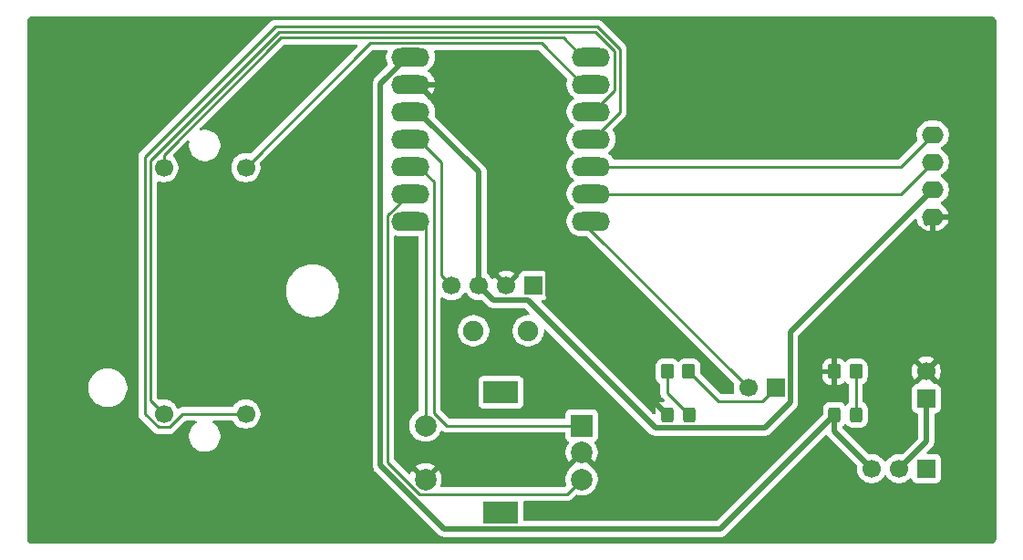
<source format=gbr>
%TF.GenerationSoftware,KiCad,Pcbnew,9.0.6*%
%TF.CreationDate,2026-02-02T20:02:42-08:00*%
%TF.ProjectId,Display Device,44697370-6c61-4792-9044-65766963652e,rev?*%
%TF.SameCoordinates,Original*%
%TF.FileFunction,Copper,L1,Top*%
%TF.FilePolarity,Positive*%
%FSLAX46Y46*%
G04 Gerber Fmt 4.6, Leading zero omitted, Abs format (unit mm)*
G04 Created by KiCad (PCBNEW 9.0.6) date 2026-02-02 20:02:42*
%MOMM*%
%LPD*%
G01*
G04 APERTURE LIST*
G04 Aperture macros list*
%AMRoundRect*
0 Rectangle with rounded corners*
0 $1 Rounding radius*
0 $2 $3 $4 $5 $6 $7 $8 $9 X,Y pos of 4 corners*
0 Add a 4 corners polygon primitive as box body*
4,1,4,$2,$3,$4,$5,$6,$7,$8,$9,$2,$3,0*
0 Add four circle primitives for the rounded corners*
1,1,$1+$1,$2,$3*
1,1,$1+$1,$4,$5*
1,1,$1+$1,$6,$7*
1,1,$1+$1,$8,$9*
0 Add four rect primitives between the rounded corners*
20,1,$1+$1,$2,$3,$4,$5,0*
20,1,$1+$1,$4,$5,$6,$7,0*
20,1,$1+$1,$6,$7,$8,$9,0*
20,1,$1+$1,$8,$9,$2,$3,0*%
G04 Aperture macros list end*
%TA.AperFunction,SMDPad,CuDef*%
%ADD10RoundRect,0.250000X-0.350000X-0.450000X0.350000X-0.450000X0.350000X0.450000X-0.350000X0.450000X0*%
%TD*%
%TA.AperFunction,SMDPad,CuDef*%
%ADD11RoundRect,0.250000X0.350000X0.450000X-0.350000X0.450000X-0.350000X-0.450000X0.350000X-0.450000X0*%
%TD*%
%TA.AperFunction,SMDPad,CuDef*%
%ADD12RoundRect,0.250000X0.325000X0.450000X-0.325000X0.450000X-0.325000X-0.450000X0.325000X-0.450000X0*%
%TD*%
%TA.AperFunction,SMDPad,CuDef*%
%ADD13RoundRect,0.250000X-0.325000X-0.450000X0.325000X-0.450000X0.325000X0.450000X-0.325000X0.450000X0*%
%TD*%
%TA.AperFunction,ComponentPad*%
%ADD14O,2.000000X1.600000*%
%TD*%
%TA.AperFunction,ComponentPad*%
%ADD15R,1.700000X1.700000*%
%TD*%
%TA.AperFunction,ComponentPad*%
%ADD16C,1.700000*%
%TD*%
%TA.AperFunction,ComponentPad*%
%ADD17R,2.000000X2.000000*%
%TD*%
%TA.AperFunction,ComponentPad*%
%ADD18C,2.000000*%
%TD*%
%TA.AperFunction,ComponentPad*%
%ADD19R,3.200000X2.000000*%
%TD*%
%TA.AperFunction,ComponentPad*%
%ADD20O,3.556000X1.778000*%
%TD*%
%TA.AperFunction,ComponentPad*%
%ADD21C,1.905000*%
%TD*%
%TA.AperFunction,Conductor*%
%ADD22C,0.254000*%
%TD*%
%TA.AperFunction,Conductor*%
%ADD23C,0.500000*%
%TD*%
G04 APERTURE END LIST*
D10*
%TO.P,R2,1*%
%TO.N,Net-(D3-A)*%
X195950000Y-80000000D03*
%TO.P,R2,2*%
%TO.N,Net-(SW3-A)*%
X197950000Y-80000000D03*
%TD*%
D11*
%TO.P,R1,1*%
%TO.N,Net-(D2-K)*%
X213455000Y-80000000D03*
%TO.P,R1,2*%
%TO.N,GND*%
X211455000Y-80000000D03*
%TD*%
D12*
%TO.P,D2,1,K*%
%TO.N,Net-(D2-K)*%
X213525000Y-84000000D03*
%TO.P,D2,2,A*%
%TO.N,/VCC*%
X211475000Y-84000000D03*
%TD*%
D13*
%TO.P,D3,1,K*%
%TO.N,GND*%
X195925000Y-84000000D03*
%TO.P,D3,2,A*%
%TO.N,Net-(D3-A)*%
X197975000Y-84000000D03*
%TD*%
D14*
%TO.P,Brd1,1,GND*%
%TO.N,GND*%
X220600000Y-65620000D03*
%TO.P,Brd1,2,VCC*%
%TO.N,+3.3V*%
X220600000Y-63080000D03*
%TO.P,Brd1,3,SCL*%
%TO.N,Net-(Brd1-SCL)*%
X220600000Y-60540000D03*
%TO.P,Brd1,4,SDA*%
%TO.N,Net-(Brd1-SDA)*%
X220600000Y-58000000D03*
%TD*%
D15*
%TO.P,BT1,1,+*%
%TO.N,/BAT*%
X220000000Y-82500000D03*
D16*
%TO.P,BT1,2,-*%
%TO.N,GND*%
X220000000Y-79960000D03*
%TD*%
D17*
%TO.P,SW2,A,A*%
%TO.N,Net-(U2-GPIO8_A9_D9_CIPO)*%
X188000000Y-85000000D03*
D18*
%TO.P,SW2,B,B*%
%TO.N,Net-(U2-GPIO7_A8_D8_SCK)*%
X188000000Y-90000000D03*
%TO.P,SW2,C,C*%
%TO.N,GND*%
X188000000Y-87500000D03*
D19*
%TO.P,SW2,MP*%
%TO.N,N/C*%
X180500000Y-93100000D03*
X180500000Y-81900000D03*
D18*
%TO.P,SW2,S1,S1*%
%TO.N,GND*%
X173500000Y-90000000D03*
%TO.P,SW2,S2,S2*%
%TO.N,Net-(U2-GPIO44_D7_RX)*%
X173500000Y-85000000D03*
%TD*%
D15*
%TO.P,SW1,1,A*%
%TO.N,unconnected-(SW1-A-Pad1)*%
X220000000Y-89000000D03*
D16*
%TO.P,SW1,2,B*%
%TO.N,/BAT*%
X217460000Y-89000000D03*
%TO.P,SW1,3,C*%
%TO.N,/VCC*%
X214920000Y-89000000D03*
%TD*%
D15*
%TO.P,D1,1,DOUT*%
%TO.N,unconnected-(D1-DOUT-Pad1)*%
X183540000Y-72000000D03*
D16*
%TO.P,D1,2,GND*%
%TO.N,GND*%
X181000000Y-72000000D03*
%TO.P,D1,3,VDD*%
%TO.N,+3.3V*%
X178460000Y-72000000D03*
%TO.P,D1,4,DIN*%
%TO.N,Net-(D1-DIN)*%
X175920000Y-72000000D03*
%TD*%
%TO.P,M1,1*%
%TO.N,Net-(U2-GPIO2_A1_D1)*%
X156810000Y-61070000D03*
%TO.P,M1,2,-*%
%TO.N,Net-(M1--)*%
X149190000Y-61070000D03*
%TO.P,M1,3*%
%TO.N,Net-(U2-GPIO3_A2_D2)*%
X149190000Y-83930000D03*
%TO.P,M1,4*%
%TO.N,Net-(U2-GPIO4_A3_D3)*%
X156810000Y-83930000D03*
%TD*%
D15*
%TO.P,SW3,1,A*%
%TO.N,Net-(SW3-A)*%
X206000000Y-81500000D03*
D16*
%TO.P,SW3,2,B*%
%TO.N,Net-(SW3-B)*%
X203460000Y-81500000D03*
%TD*%
D20*
%TO.P,U2,1,GPIO1_A0_D0*%
%TO.N,Net-(M1--)*%
X188882000Y-50800000D03*
%TO.P,U2,2,GPIO2_A1_D1*%
%TO.N,Net-(U2-GPIO2_A1_D1)*%
X188882000Y-53340000D03*
%TO.P,U2,3,GPIO3_A2_D2*%
%TO.N,Net-(U2-GPIO3_A2_D2)*%
X188882000Y-55880000D03*
%TO.P,U2,4,GPIO4_A3_D3*%
%TO.N,Net-(U2-GPIO4_A3_D3)*%
X188882000Y-58420000D03*
%TO.P,U2,5,GPIO4_A3_D3_SDA*%
%TO.N,Net-(Brd1-SDA)*%
X188882000Y-60960000D03*
%TO.P,U2,6,GPIO6_A5_D5_SCL*%
%TO.N,Net-(Brd1-SCL)*%
X188882000Y-63500000D03*
%TO.P,U2,7,GPIO43_TX_D6*%
%TO.N,Net-(SW3-B)*%
X188882000Y-66040000D03*
%TO.P,U2,8,GPIO44_D7_RX*%
%TO.N,Net-(U2-GPIO44_D7_RX)*%
X172118000Y-66040000D03*
%TO.P,U2,9,GPIO7_A8_D8_SCK*%
%TO.N,Net-(U2-GPIO7_A8_D8_SCK)*%
X172118000Y-63500000D03*
%TO.P,U2,10,GPIO8_A9_D9_CIPO*%
%TO.N,Net-(U2-GPIO8_A9_D9_CIPO)*%
X172118000Y-60960000D03*
%TO.P,U2,11,GPIO9_A10_D10_COPI*%
%TO.N,Net-(D1-DIN)*%
X172118000Y-58420000D03*
%TO.P,U2,12,3V3*%
%TO.N,+3.3V*%
X172118000Y-55880000D03*
%TO.P,U2,13,GND*%
%TO.N,GND*%
X172118000Y-53340000D03*
%TO.P,U2,14,5V*%
%TO.N,/VCC*%
X172118000Y-50800000D03*
D21*
%TO.P,U2,15,+BATT*%
%TO.N,unconnected-(U2-+BATT-Pad15)*%
X183040000Y-76200000D03*
%TO.P,U2,16,-BATT*%
%TO.N,unconnected-(U2--BATT-Pad16)*%
X177960000Y-76200000D03*
%TD*%
D22*
%TO.N,Net-(Brd1-SDA)*%
X217640000Y-60960000D02*
X220600000Y-58000000D01*
X188120000Y-60960000D02*
X217640000Y-60960000D01*
D23*
%TO.N,GND*%
X184895000Y-72970000D02*
X184895000Y-65355000D01*
X220000000Y-66220000D02*
X220600000Y-65620000D01*
X195925000Y-84000000D02*
X184895000Y-72970000D01*
X184895000Y-65355000D02*
X172880000Y-53340000D01*
%TO.N,+3.3V*%
X194850000Y-85205000D02*
X183000000Y-73355000D01*
X205005000Y-85205000D02*
X194850000Y-85205000D01*
X220600000Y-63080000D02*
X207355000Y-76325000D01*
X207355000Y-82855000D02*
X205005000Y-85205000D01*
X178460000Y-61460000D02*
X178460000Y-72000000D01*
X183000000Y-73355000D02*
X179815000Y-73355000D01*
X179815000Y-73355000D02*
X178460000Y-72000000D01*
X172880000Y-55880000D02*
X178460000Y-61460000D01*
X207355000Y-76325000D02*
X207355000Y-82855000D01*
D22*
%TO.N,Net-(Brd1-SCL)*%
X217640000Y-63500000D02*
X220600000Y-60540000D01*
X188120000Y-63500000D02*
X217640000Y-63500000D01*
%TO.N,Net-(D3-A)*%
X195950000Y-80000000D02*
X195950000Y-81975000D01*
X195950000Y-81975000D02*
X197975000Y-84000000D01*
%TO.N,Net-(M1--)*%
X186311000Y-48991000D02*
X188120000Y-50800000D01*
X160066919Y-48991000D02*
X186311000Y-48991000D01*
X149190000Y-61070000D02*
X149190000Y-59867919D01*
X149190000Y-59867919D02*
X160066919Y-48991000D01*
%TO.N,Net-(SW3-B)*%
X188120000Y-66160000D02*
X203460000Y-81500000D01*
X188120000Y-66040000D02*
X188120000Y-66160000D01*
%TO.N,Net-(SW3-A)*%
X200682000Y-82732000D02*
X204768000Y-82732000D01*
X197950000Y-80000000D02*
X200682000Y-82732000D01*
X204768000Y-82732000D02*
X206000000Y-81500000D01*
%TO.N,Net-(D1-DIN)*%
X175000000Y-60540000D02*
X175000000Y-71080000D01*
X172880000Y-58420000D02*
X175000000Y-60540000D01*
X175000000Y-71080000D02*
X175920000Y-72000000D01*
%TO.N,Net-(D2-K)*%
X213455000Y-83930000D02*
X213525000Y-84000000D01*
X213455000Y-80000000D02*
X213455000Y-83930000D01*
%TO.N,Net-(U2-GPIO2_A1_D1)*%
X184280000Y-49500000D02*
X188120000Y-53340000D01*
X168380000Y-49500000D02*
X184280000Y-49500000D01*
X156810000Y-61070000D02*
X168380000Y-49500000D01*
%TO.N,Net-(U2-GPIO3_A2_D2)*%
X189028465Y-55880000D02*
X188120000Y-55880000D01*
X149190000Y-83930000D02*
X147958000Y-82698000D01*
X147958000Y-82698000D02*
X147958000Y-60380084D01*
X191042000Y-53866465D02*
X189028465Y-55880000D01*
X159856085Y-48482000D02*
X189250465Y-48482000D01*
X147958000Y-60380084D02*
X159856085Y-48482000D01*
X191042000Y-50273535D02*
X191042000Y-53866465D01*
X189250465Y-48482000D02*
X191042000Y-50273535D01*
%TO.N,Net-(U2-GPIO4_A3_D3)*%
X147449000Y-60051000D02*
X159527000Y-47973000D01*
X189028465Y-58420000D02*
X188120000Y-58420000D01*
X189461300Y-47973000D02*
X191551000Y-50062701D01*
X191551000Y-50062701D02*
X191551000Y-55897465D01*
X191551000Y-55897465D02*
X189028465Y-58420000D01*
X147449000Y-83931312D02*
X147449000Y-60051000D01*
X156810000Y-83930000D02*
X150932312Y-83930000D01*
X148679688Y-85162000D02*
X147449000Y-83931312D01*
X159527000Y-47973000D02*
X189461300Y-47973000D01*
X149700312Y-85162000D02*
X148679688Y-85162000D01*
X150932312Y-83930000D02*
X149700312Y-85162000D01*
%TO.N,Net-(U2-GPIO7_A8_D8_SCK)*%
X172927556Y-91382000D02*
X169958000Y-88412444D01*
X186618000Y-91382000D02*
X172927556Y-91382000D01*
X188000000Y-90000000D02*
X186618000Y-91382000D01*
X169958000Y-65513535D02*
X171971535Y-63500000D01*
X169958000Y-88412444D02*
X169958000Y-65513535D01*
X171971535Y-63500000D02*
X172880000Y-63500000D01*
%TO.N,Net-(U2-GPIO44_D7_RX)*%
X173500000Y-85000000D02*
X173500000Y-66660000D01*
X173500000Y-66660000D02*
X172880000Y-66040000D01*
%TO.N,Net-(U2-GPIO8_A9_D9_CIPO)*%
X175454444Y-85000000D02*
X174278000Y-83823556D01*
X174278000Y-62358000D02*
X172880000Y-60960000D01*
X188000000Y-85000000D02*
X175454444Y-85000000D01*
X174278000Y-83823556D02*
X174278000Y-62358000D01*
D23*
%TO.N,/BAT*%
X220000000Y-86460000D02*
X220000000Y-82500000D01*
X217460000Y-89000000D02*
X220000000Y-86460000D01*
%TO.N,/VCC*%
X169326000Y-53271586D02*
X171797586Y-50800000D01*
X175256774Y-94605000D02*
X169326000Y-88674226D01*
X169326000Y-88674226D02*
X169326000Y-53271586D01*
X211475000Y-84000000D02*
X200870000Y-94605000D01*
X171797586Y-50800000D02*
X172880000Y-50800000D01*
X211475000Y-85555000D02*
X214920000Y-89000000D01*
X211475000Y-84000000D02*
X211475000Y-85555000D01*
X200870000Y-94605000D02*
X175256774Y-94605000D01*
%TD*%
%TA.AperFunction,Conductor*%
%TO.N,GND*%
G36*
X170747818Y-67344662D02*
G01*
X170780190Y-67355180D01*
X170903625Y-67395286D01*
X171003672Y-67411132D01*
X171119639Y-67429500D01*
X171119644Y-67429500D01*
X172748500Y-67429500D01*
X172815539Y-67449185D01*
X172861294Y-67501989D01*
X172872500Y-67553500D01*
X172872500Y-83559688D01*
X172852815Y-83626727D01*
X172804796Y-83670172D01*
X172713569Y-83716655D01*
X172657126Y-83757664D01*
X172522490Y-83855483D01*
X172522488Y-83855485D01*
X172522487Y-83855485D01*
X172355485Y-84022487D01*
X172355485Y-84022488D01*
X172355483Y-84022490D01*
X172345460Y-84036286D01*
X172216657Y-84213566D01*
X172109433Y-84424003D01*
X172036446Y-84648631D01*
X171999500Y-84881902D01*
X171999500Y-85118097D01*
X172036446Y-85351368D01*
X172109433Y-85575996D01*
X172213561Y-85780356D01*
X172216657Y-85786433D01*
X172355483Y-85977510D01*
X172522490Y-86144517D01*
X172713567Y-86283343D01*
X172812991Y-86334002D01*
X172924003Y-86390566D01*
X172924005Y-86390566D01*
X172924008Y-86390568D01*
X173000076Y-86415284D01*
X173148631Y-86463553D01*
X173381903Y-86500500D01*
X173381908Y-86500500D01*
X173618097Y-86500500D01*
X173851368Y-86463553D01*
X173906455Y-86445654D01*
X174075992Y-86390568D01*
X174286433Y-86283343D01*
X174477510Y-86144517D01*
X174644517Y-85977510D01*
X174783343Y-85786433D01*
X174890568Y-85575992D01*
X174892826Y-85569040D01*
X174932262Y-85511367D01*
X174996620Y-85484167D01*
X175065467Y-85496081D01*
X175079646Y-85504256D01*
X175157211Y-85556083D01*
X175157213Y-85556084D01*
X175157217Y-85556086D01*
X175271404Y-85603383D01*
X175271409Y-85603385D01*
X175271413Y-85603385D01*
X175271414Y-85603386D01*
X175392638Y-85627500D01*
X175392641Y-85627500D01*
X186375501Y-85627500D01*
X186442540Y-85647185D01*
X186488295Y-85699989D01*
X186499501Y-85751500D01*
X186499501Y-86047876D01*
X186505908Y-86107483D01*
X186556202Y-86242328D01*
X186556206Y-86242335D01*
X186642452Y-86357544D01*
X186642453Y-86357544D01*
X186642454Y-86357546D01*
X186686563Y-86390566D01*
X186760599Y-86445990D01*
X186802469Y-86501924D01*
X186807453Y-86571615D01*
X186786605Y-86618141D01*
X186717087Y-86713824D01*
X186609897Y-86924197D01*
X186536934Y-87148752D01*
X186500000Y-87381947D01*
X186500000Y-87618052D01*
X186536934Y-87851247D01*
X186609897Y-88075802D01*
X186717087Y-88286174D01*
X186777338Y-88369104D01*
X186777340Y-88369105D01*
X187517037Y-87629408D01*
X187534075Y-87692993D01*
X187599901Y-87807007D01*
X187692993Y-87900099D01*
X187807007Y-87965925D01*
X187870590Y-87982962D01*
X187124280Y-88729271D01*
X187115105Y-88772947D01*
X187078739Y-88814615D01*
X187022490Y-88855482D01*
X186855485Y-89022487D01*
X186855485Y-89022488D01*
X186855483Y-89022490D01*
X186795862Y-89104550D01*
X186716657Y-89213566D01*
X186609433Y-89424003D01*
X186536446Y-89648631D01*
X186499500Y-89881902D01*
X186499500Y-90118097D01*
X186536447Y-90351369D01*
X186536447Y-90351372D01*
X186568086Y-90448744D01*
X186568520Y-90463955D01*
X186573839Y-90478215D01*
X186569497Y-90498171D01*
X186570081Y-90518585D01*
X186561993Y-90532670D01*
X186558988Y-90546488D01*
X186537836Y-90574743D01*
X186394398Y-90718182D01*
X186333078Y-90751666D01*
X186306719Y-90754500D01*
X175001402Y-90754500D01*
X174934363Y-90734815D01*
X174888608Y-90682011D01*
X174878664Y-90612853D01*
X174888895Y-90580581D01*
X174888237Y-90580309D01*
X174890101Y-90575806D01*
X174963065Y-90351247D01*
X175000000Y-90118052D01*
X175000000Y-89881947D01*
X174963065Y-89648752D01*
X174890102Y-89424197D01*
X174782914Y-89213828D01*
X174722658Y-89130894D01*
X174722658Y-89130893D01*
X173982962Y-89870589D01*
X173965925Y-89807007D01*
X173900099Y-89692993D01*
X173807007Y-89599901D01*
X173692993Y-89534075D01*
X173629409Y-89517037D01*
X174369105Y-88777340D01*
X174369104Y-88777338D01*
X174286174Y-88717087D01*
X174075802Y-88609897D01*
X173851247Y-88536934D01*
X173851248Y-88536934D01*
X173618052Y-88500000D01*
X173381948Y-88500000D01*
X173148752Y-88536934D01*
X172924197Y-88609897D01*
X172713830Y-88717084D01*
X172630894Y-88777340D01*
X173370591Y-89517037D01*
X173307007Y-89534075D01*
X173192993Y-89599901D01*
X173099901Y-89692993D01*
X173034075Y-89807007D01*
X173017037Y-89870591D01*
X172277340Y-89130894D01*
X172217084Y-89213830D01*
X172109894Y-89424201D01*
X172108035Y-89428693D01*
X172106625Y-89428109D01*
X172070971Y-89480206D01*
X172006601Y-89507378D01*
X171937760Y-89495435D01*
X171904836Y-89471861D01*
X170621819Y-88188844D01*
X170588334Y-88127521D01*
X170585500Y-88101163D01*
X170585500Y-67462593D01*
X170605185Y-67395554D01*
X170657989Y-67349799D01*
X170727147Y-67339855D01*
X170747818Y-67344662D01*
G37*
%TD.AperFunction*%
%TA.AperFunction,Conductor*%
G36*
X184035758Y-50147185D02*
G01*
X184056400Y-50163819D01*
X186650071Y-52757490D01*
X186683556Y-52818813D01*
X186680321Y-52883488D01*
X186637714Y-53014621D01*
X186603500Y-53230638D01*
X186603500Y-53449361D01*
X186637714Y-53665376D01*
X186705297Y-53873380D01*
X186705298Y-53873383D01*
X186772782Y-54005825D01*
X186804461Y-54067998D01*
X186804595Y-54068260D01*
X186933142Y-54245193D01*
X187087806Y-54399857D01*
X187238969Y-54509682D01*
X187281635Y-54565011D01*
X187287614Y-54634625D01*
X187255009Y-54696420D01*
X187238969Y-54710318D01*
X187087806Y-54820142D01*
X186933142Y-54974806D01*
X186804595Y-55151739D01*
X186705298Y-55346616D01*
X186705297Y-55346619D01*
X186637714Y-55554623D01*
X186603500Y-55770638D01*
X186603500Y-55989361D01*
X186637714Y-56205376D01*
X186705297Y-56413380D01*
X186705298Y-56413383D01*
X186804595Y-56608260D01*
X186933142Y-56785193D01*
X187087806Y-56939857D01*
X187238969Y-57049682D01*
X187281635Y-57105011D01*
X187287614Y-57174625D01*
X187255009Y-57236420D01*
X187238969Y-57250318D01*
X187087806Y-57360142D01*
X186933142Y-57514806D01*
X186804595Y-57691739D01*
X186705298Y-57886616D01*
X186705297Y-57886619D01*
X186637714Y-58094623D01*
X186603500Y-58310638D01*
X186603500Y-58529361D01*
X186637714Y-58745376D01*
X186705297Y-58953380D01*
X186705298Y-58953383D01*
X186804595Y-59148260D01*
X186933142Y-59325193D01*
X187087806Y-59479857D01*
X187238969Y-59589682D01*
X187281635Y-59645011D01*
X187287614Y-59714625D01*
X187255009Y-59776420D01*
X187238969Y-59790318D01*
X187087806Y-59900142D01*
X186933142Y-60054806D01*
X186804595Y-60231739D01*
X186705298Y-60426616D01*
X186705297Y-60426619D01*
X186637714Y-60634623D01*
X186603500Y-60850638D01*
X186603500Y-61069361D01*
X186637714Y-61285376D01*
X186705297Y-61493380D01*
X186705298Y-61493383D01*
X186804595Y-61688260D01*
X186933142Y-61865193D01*
X187087806Y-62019857D01*
X187238969Y-62129682D01*
X187281635Y-62185011D01*
X187287614Y-62254625D01*
X187255009Y-62316420D01*
X187238969Y-62330318D01*
X187087806Y-62440142D01*
X186933142Y-62594806D01*
X186804595Y-62771739D01*
X186705298Y-62966616D01*
X186705297Y-62966619D01*
X186637714Y-63174623D01*
X186603500Y-63390638D01*
X186603500Y-63609361D01*
X186637714Y-63825376D01*
X186705297Y-64033380D01*
X186705298Y-64033383D01*
X186804595Y-64228260D01*
X186933142Y-64405193D01*
X187087806Y-64559857D01*
X187238969Y-64669682D01*
X187281635Y-64725011D01*
X187287614Y-64794625D01*
X187255009Y-64856420D01*
X187238969Y-64870318D01*
X187087806Y-64980142D01*
X186933142Y-65134806D01*
X186804595Y-65311739D01*
X186705298Y-65506616D01*
X186705297Y-65506619D01*
X186637714Y-65714623D01*
X186603500Y-65930638D01*
X186603500Y-66149361D01*
X186637714Y-66365376D01*
X186705297Y-66573380D01*
X186705298Y-66573383D01*
X186804595Y-66768260D01*
X186933142Y-66945193D01*
X187087806Y-67099857D01*
X187253374Y-67220147D01*
X187264743Y-67228407D01*
X187349500Y-67271593D01*
X187459616Y-67327701D01*
X187459619Y-67327702D01*
X187557178Y-67359400D01*
X187667625Y-67395286D01*
X187767672Y-67411132D01*
X187883639Y-67429500D01*
X187883644Y-67429500D01*
X188450719Y-67429500D01*
X188517758Y-67449185D01*
X188538400Y-67465819D01*
X202116877Y-81044296D01*
X202150362Y-81105619D01*
X202147128Y-81170293D01*
X202142754Y-81183755D01*
X202134350Y-81236818D01*
X202109500Y-81393713D01*
X202109500Y-81606287D01*
X202142754Y-81816243D01*
X202183675Y-81942184D01*
X202185670Y-82012023D01*
X202149590Y-82071856D01*
X202086889Y-82102684D01*
X202065744Y-82104500D01*
X200993282Y-82104500D01*
X200926243Y-82084815D01*
X200905601Y-82068181D01*
X199086818Y-80249398D01*
X199053333Y-80188075D01*
X199050499Y-80161717D01*
X199050499Y-79499998D01*
X199050498Y-79499981D01*
X199039999Y-79397203D01*
X199039998Y-79397200D01*
X198992032Y-79252449D01*
X198984814Y-79230666D01*
X198892712Y-79081344D01*
X198768656Y-78957288D01*
X198619334Y-78865186D01*
X198452797Y-78810001D01*
X198452795Y-78810000D01*
X198350010Y-78799500D01*
X197549998Y-78799500D01*
X197549980Y-78799501D01*
X197447203Y-78810000D01*
X197447200Y-78810001D01*
X197280668Y-78865185D01*
X197280663Y-78865187D01*
X197131342Y-78957289D01*
X197037681Y-79050951D01*
X196976358Y-79084436D01*
X196906666Y-79079452D01*
X196862319Y-79050951D01*
X196768657Y-78957289D01*
X196768656Y-78957288D01*
X196619334Y-78865186D01*
X196452797Y-78810001D01*
X196452795Y-78810000D01*
X196350010Y-78799500D01*
X195549998Y-78799500D01*
X195549980Y-78799501D01*
X195447203Y-78810000D01*
X195447200Y-78810001D01*
X195280668Y-78865185D01*
X195280663Y-78865187D01*
X195131342Y-78957289D01*
X195007289Y-79081342D01*
X194915187Y-79230663D01*
X194915185Y-79230668D01*
X194915115Y-79230880D01*
X194860001Y-79397203D01*
X194860001Y-79397204D01*
X194860000Y-79397204D01*
X194849500Y-79499983D01*
X194849500Y-80500001D01*
X194849501Y-80500019D01*
X194860000Y-80602796D01*
X194860001Y-80602799D01*
X194915185Y-80769331D01*
X194915187Y-80769336D01*
X194949999Y-80825776D01*
X195007096Y-80918345D01*
X195007289Y-80918657D01*
X195131344Y-81042712D01*
X195263596Y-81124285D01*
X195310321Y-81176233D01*
X195322500Y-81229824D01*
X195322500Y-82036807D01*
X195346612Y-82158027D01*
X195346614Y-82158035D01*
X195367379Y-82208166D01*
X195393916Y-82272231D01*
X195393917Y-82272233D01*
X195409559Y-82295644D01*
X195409563Y-82295649D01*
X195409564Y-82295650D01*
X195411167Y-82298049D01*
X195462590Y-82375010D01*
X195462591Y-82375011D01*
X195675900Y-82588319D01*
X195709385Y-82649642D01*
X195704401Y-82719333D01*
X195662530Y-82775267D01*
X195597065Y-82799684D01*
X195588222Y-82800000D01*
X195550030Y-82800000D01*
X195550012Y-82800001D01*
X195447302Y-82810494D01*
X195280880Y-82865641D01*
X195280875Y-82865643D01*
X195131654Y-82957684D01*
X195007684Y-83081654D01*
X194915643Y-83230875D01*
X194915641Y-83230880D01*
X194860494Y-83397302D01*
X194860493Y-83397309D01*
X194850000Y-83500013D01*
X194850000Y-83844270D01*
X194830315Y-83911309D01*
X194777511Y-83957064D01*
X194708353Y-83967008D01*
X194644797Y-83937983D01*
X194638319Y-83931951D01*
X184268548Y-73562180D01*
X184235063Y-73500857D01*
X184240047Y-73431165D01*
X184281919Y-73375232D01*
X184347383Y-73350815D01*
X184356229Y-73350499D01*
X184437871Y-73350499D01*
X184437872Y-73350499D01*
X184497483Y-73344091D01*
X184632331Y-73293796D01*
X184747546Y-73207546D01*
X184833796Y-73092331D01*
X184884091Y-72957483D01*
X184890500Y-72897873D01*
X184890499Y-71102128D01*
X184884091Y-71042517D01*
X184877036Y-71023602D01*
X184833797Y-70907671D01*
X184833793Y-70907664D01*
X184747547Y-70792455D01*
X184747544Y-70792452D01*
X184632335Y-70706206D01*
X184632328Y-70706202D01*
X184497482Y-70655908D01*
X184497483Y-70655908D01*
X184437883Y-70649501D01*
X184437881Y-70649500D01*
X184437873Y-70649500D01*
X184437864Y-70649500D01*
X182642129Y-70649500D01*
X182642123Y-70649501D01*
X182582516Y-70655908D01*
X182447671Y-70706202D01*
X182447664Y-70706206D01*
X182332455Y-70792452D01*
X182332452Y-70792455D01*
X182246206Y-70907664D01*
X182246202Y-70907671D01*
X182195908Y-71042517D01*
X182189501Y-71102116D01*
X182189501Y-71102123D01*
X182189500Y-71102135D01*
X182189500Y-71112690D01*
X182169815Y-71179729D01*
X182153181Y-71200371D01*
X181482962Y-71870589D01*
X181465925Y-71807007D01*
X181400099Y-71692993D01*
X181307007Y-71599901D01*
X181192993Y-71534075D01*
X181129409Y-71517037D01*
X181761716Y-70884728D01*
X181707550Y-70845375D01*
X181518217Y-70748904D01*
X181316129Y-70683242D01*
X181106246Y-70650000D01*
X180893754Y-70650000D01*
X180683872Y-70683242D01*
X180683869Y-70683242D01*
X180481782Y-70748904D01*
X180292439Y-70845380D01*
X180238282Y-70884727D01*
X180238282Y-70884728D01*
X180870591Y-71517037D01*
X180807007Y-71534075D01*
X180692993Y-71599901D01*
X180599901Y-71692993D01*
X180534075Y-71807007D01*
X180517037Y-71870591D01*
X179884728Y-71238282D01*
X179884727Y-71238282D01*
X179845380Y-71292440D01*
X179845376Y-71292446D01*
X179840760Y-71301505D01*
X179792781Y-71352297D01*
X179724959Y-71369087D01*
X179658826Y-71346543D01*
X179619794Y-71301493D01*
X179615051Y-71292184D01*
X179615049Y-71292181D01*
X179615048Y-71292179D01*
X179490109Y-71120213D01*
X179393498Y-71023602D01*
X179339792Y-70969896D01*
X179258226Y-70910635D01*
X179255017Y-70907955D01*
X179237826Y-70882248D01*
X179218949Y-70857767D01*
X179217969Y-70852553D01*
X179216179Y-70849875D01*
X179216040Y-70842280D01*
X179210500Y-70812779D01*
X179210500Y-61386079D01*
X179190468Y-61285375D01*
X179184870Y-61257232D01*
X179181659Y-61241088D01*
X179141189Y-61143386D01*
X179126107Y-61106974D01*
X179125087Y-61104511D01*
X179125080Y-61104498D01*
X179042952Y-60981585D01*
X179025080Y-60963713D01*
X178938416Y-60877049D01*
X176666212Y-58604845D01*
X174392586Y-56331218D01*
X174359101Y-56269895D01*
X174362082Y-56210334D01*
X174361149Y-56210110D01*
X174362282Y-56205386D01*
X174362286Y-56205375D01*
X174382065Y-56080494D01*
X174396500Y-55989361D01*
X174396500Y-55770638D01*
X174376595Y-55644971D01*
X174362286Y-55554625D01*
X174294701Y-55346617D01*
X174294701Y-55346616D01*
X174260315Y-55279132D01*
X174195407Y-55151743D01*
X174187147Y-55140374D01*
X174066857Y-54974806D01*
X173912197Y-54820146D01*
X173912192Y-54820142D01*
X173760605Y-54710008D01*
X173717939Y-54654678D01*
X173711960Y-54585065D01*
X173744565Y-54523270D01*
X173760605Y-54509371D01*
X173911873Y-54399469D01*
X174066471Y-54244871D01*
X174066475Y-54244866D01*
X174194976Y-54067998D01*
X174294237Y-53873191D01*
X174294238Y-53873188D01*
X174361798Y-53665258D01*
X174373718Y-53590000D01*
X173322251Y-53590000D01*
X173353381Y-53536081D01*
X173388000Y-53406880D01*
X173388000Y-53273120D01*
X173353381Y-53143919D01*
X173322251Y-53090000D01*
X174373718Y-53090000D01*
X174361798Y-53014741D01*
X174294238Y-52806811D01*
X174294237Y-52806808D01*
X174194976Y-52612001D01*
X174066475Y-52435133D01*
X174066471Y-52435128D01*
X173911871Y-52280528D01*
X173911866Y-52280524D01*
X173760605Y-52170627D01*
X173717939Y-52115297D01*
X173711960Y-52045684D01*
X173744565Y-51983889D01*
X173760599Y-51969994D01*
X173912199Y-51859852D01*
X174066852Y-51705199D01*
X174066854Y-51705195D01*
X174066857Y-51705193D01*
X174123229Y-51627601D01*
X174195407Y-51528257D01*
X174294701Y-51333383D01*
X174362286Y-51125375D01*
X174391471Y-50941110D01*
X174396500Y-50909361D01*
X174396500Y-50690638D01*
X174362285Y-50474621D01*
X174302240Y-50289817D01*
X174300245Y-50219976D01*
X174336326Y-50160144D01*
X174399027Y-50129316D01*
X174420171Y-50127500D01*
X183968719Y-50127500D01*
X184035758Y-50147185D01*
G37*
%TD.AperFunction*%
%TA.AperFunction,Conductor*%
G36*
X172406619Y-53143919D02*
G01*
X172372000Y-53273120D01*
X172372000Y-53406880D01*
X172406619Y-53536081D01*
X172437749Y-53590000D01*
X172242000Y-53590000D01*
X172174961Y-53570315D01*
X172129206Y-53517511D01*
X172118000Y-53466000D01*
X172118000Y-53214000D01*
X172137685Y-53146961D01*
X172190489Y-53101206D01*
X172242000Y-53090000D01*
X172437749Y-53090000D01*
X172406619Y-53143919D01*
G37*
%TD.AperFunction*%
%TA.AperFunction,Conductor*%
G36*
X226006922Y-47001280D02*
G01*
X226097266Y-47011459D01*
X226124331Y-47017636D01*
X226203540Y-47045352D01*
X226228553Y-47057398D01*
X226299606Y-47102043D01*
X226321313Y-47119355D01*
X226380644Y-47178686D01*
X226397957Y-47200395D01*
X226442600Y-47271444D01*
X226454648Y-47296462D01*
X226482362Y-47375666D01*
X226488540Y-47402735D01*
X226492075Y-47434108D01*
X226497876Y-47485591D01*
X226498720Y-47493076D01*
X226499500Y-47506961D01*
X226499500Y-95493038D01*
X226498720Y-95506922D01*
X226498720Y-95506923D01*
X226488540Y-95597264D01*
X226482362Y-95624333D01*
X226454648Y-95703537D01*
X226442600Y-95728555D01*
X226397957Y-95799604D01*
X226380644Y-95821313D01*
X226321313Y-95880644D01*
X226299604Y-95897957D01*
X226228555Y-95942600D01*
X226203537Y-95954648D01*
X226124333Y-95982362D01*
X226097264Y-95988540D01*
X226017075Y-95997576D01*
X226006921Y-95998720D01*
X225993038Y-95999500D01*
X137006962Y-95999500D01*
X136993078Y-95998720D01*
X136980553Y-95997308D01*
X136902735Y-95988540D01*
X136875666Y-95982362D01*
X136796462Y-95954648D01*
X136771444Y-95942600D01*
X136700395Y-95897957D01*
X136678686Y-95880644D01*
X136619355Y-95821313D01*
X136602042Y-95799604D01*
X136557399Y-95728555D01*
X136545351Y-95703537D01*
X136517637Y-95624333D01*
X136511459Y-95597263D01*
X136501280Y-95506922D01*
X136500500Y-95493038D01*
X136500500Y-81381995D01*
X142199500Y-81381995D01*
X142199500Y-81618004D01*
X142199501Y-81618020D01*
X142230306Y-81852010D01*
X142291394Y-82079993D01*
X142381714Y-82298045D01*
X142381719Y-82298056D01*
X142448127Y-82413077D01*
X142499727Y-82502450D01*
X142499729Y-82502453D01*
X142499730Y-82502454D01*
X142643406Y-82689697D01*
X142643412Y-82689704D01*
X142810295Y-82856587D01*
X142810302Y-82856593D01*
X142828014Y-82870184D01*
X142997550Y-83000273D01*
X143084049Y-83050213D01*
X143201943Y-83118280D01*
X143201948Y-83118282D01*
X143201951Y-83118284D01*
X143420007Y-83208606D01*
X143647986Y-83269693D01*
X143881989Y-83300500D01*
X143881996Y-83300500D01*
X144118004Y-83300500D01*
X144118011Y-83300500D01*
X144352014Y-83269693D01*
X144579993Y-83208606D01*
X144798049Y-83118284D01*
X145002450Y-83000273D01*
X145189699Y-82856592D01*
X145356592Y-82689699D01*
X145500273Y-82502450D01*
X145618284Y-82298049D01*
X145708606Y-82079993D01*
X145769693Y-81852014D01*
X145800500Y-81618011D01*
X145800500Y-81381989D01*
X145769693Y-81147986D01*
X145708606Y-80920007D01*
X145618284Y-80701951D01*
X145618282Y-80701948D01*
X145618280Y-80701943D01*
X145562067Y-80604581D01*
X145500273Y-80497550D01*
X145431301Y-80407664D01*
X145356593Y-80310302D01*
X145356587Y-80310295D01*
X145189704Y-80143412D01*
X145189697Y-80143406D01*
X145002454Y-79999730D01*
X145002453Y-79999729D01*
X145002450Y-79999727D01*
X144920957Y-79952677D01*
X144798056Y-79881719D01*
X144798045Y-79881714D01*
X144579993Y-79791394D01*
X144352010Y-79730306D01*
X144118020Y-79699501D01*
X144118017Y-79699500D01*
X144118011Y-79699500D01*
X143881989Y-79699500D01*
X143881983Y-79699500D01*
X143881979Y-79699501D01*
X143647989Y-79730306D01*
X143420006Y-79791394D01*
X143201954Y-79881714D01*
X143201943Y-79881719D01*
X142997545Y-79999730D01*
X142810302Y-80143406D01*
X142810295Y-80143412D01*
X142643412Y-80310295D01*
X142643406Y-80310302D01*
X142499730Y-80497545D01*
X142381719Y-80701943D01*
X142381714Y-80701954D01*
X142291394Y-80920006D01*
X142230306Y-81147989D01*
X142199501Y-81381979D01*
X142199500Y-81381995D01*
X136500500Y-81381995D01*
X136500500Y-59989198D01*
X146821500Y-59989198D01*
X146821500Y-83993119D01*
X146845612Y-84114340D01*
X146845613Y-84114344D01*
X146845614Y-84114347D01*
X146874066Y-84183034D01*
X146892917Y-84228545D01*
X146938812Y-84297232D01*
X146941469Y-84301209D01*
X146941475Y-84301219D01*
X146961585Y-84331315D01*
X146961591Y-84331323D01*
X148192277Y-85562008D01*
X148257769Y-85627500D01*
X148279682Y-85649413D01*
X148279684Y-85649414D01*
X148382444Y-85718076D01*
X148382446Y-85718077D01*
X148382455Y-85718083D01*
X148402443Y-85726362D01*
X148429759Y-85737677D01*
X148463131Y-85751500D01*
X148496654Y-85765386D01*
X148602466Y-85786433D01*
X148617880Y-85789499D01*
X148617884Y-85789500D01*
X148617885Y-85789500D01*
X149762116Y-85789500D01*
X149762117Y-85789499D01*
X149883347Y-85765386D01*
X149964096Y-85731937D01*
X149997545Y-85718083D01*
X150100320Y-85649411D01*
X150187723Y-85562008D01*
X151155912Y-84593819D01*
X151217235Y-84560334D01*
X151243593Y-84557500D01*
X152136060Y-84557500D01*
X152203099Y-84577185D01*
X152248854Y-84629989D01*
X152258798Y-84699147D01*
X152229773Y-84762703D01*
X152208948Y-84781815D01*
X152055063Y-84893621D01*
X152055061Y-84893623D01*
X152055060Y-84893623D01*
X151893622Y-85055061D01*
X151759421Y-85239771D01*
X151655770Y-85443196D01*
X151585215Y-85660339D01*
X151549500Y-85885837D01*
X151549500Y-86114162D01*
X151585215Y-86339660D01*
X151655770Y-86556803D01*
X151717986Y-86678907D01*
X151759421Y-86760228D01*
X151893621Y-86944937D01*
X152055063Y-87106379D01*
X152239772Y-87240579D01*
X152335884Y-87289550D01*
X152443196Y-87344229D01*
X152443198Y-87344229D01*
X152443201Y-87344231D01*
X152545343Y-87377419D01*
X152660339Y-87414784D01*
X152885838Y-87450500D01*
X152885843Y-87450500D01*
X153114162Y-87450500D01*
X153339660Y-87414784D01*
X153351601Y-87410904D01*
X153556799Y-87344231D01*
X153760228Y-87240579D01*
X153944937Y-87106379D01*
X154106379Y-86944937D01*
X154240579Y-86760228D01*
X154344231Y-86556799D01*
X154414784Y-86339660D01*
X154430199Y-86242335D01*
X154450500Y-86114162D01*
X154450500Y-85885837D01*
X154414784Y-85660339D01*
X154380344Y-85554346D01*
X154344231Y-85443201D01*
X154344229Y-85443198D01*
X154344229Y-85443196D01*
X154244387Y-85247246D01*
X154240579Y-85239772D01*
X154106379Y-85055063D01*
X153944937Y-84893621D01*
X153791053Y-84781817D01*
X153748389Y-84726488D01*
X153742410Y-84656874D01*
X153775016Y-84595079D01*
X153835855Y-84560722D01*
X153863940Y-84557500D01*
X155538039Y-84557500D01*
X155605078Y-84577185D01*
X155648525Y-84625208D01*
X155654949Y-84637818D01*
X155779890Y-84809786D01*
X155930213Y-84960109D01*
X156102179Y-85085048D01*
X156102181Y-85085049D01*
X156102184Y-85085051D01*
X156291588Y-85181557D01*
X156493757Y-85247246D01*
X156703713Y-85280500D01*
X156703714Y-85280500D01*
X156916286Y-85280500D01*
X156916287Y-85280500D01*
X157126243Y-85247246D01*
X157328412Y-85181557D01*
X157517816Y-85085051D01*
X157576094Y-85042710D01*
X157689786Y-84960109D01*
X157689788Y-84960106D01*
X157689792Y-84960104D01*
X157840104Y-84809792D01*
X157840106Y-84809788D01*
X157840109Y-84809786D01*
X157965048Y-84637820D01*
X157965047Y-84637820D01*
X157965051Y-84637816D01*
X158061557Y-84448412D01*
X158127246Y-84246243D01*
X158160500Y-84036287D01*
X158160500Y-83823713D01*
X158127246Y-83613757D01*
X158061557Y-83411588D01*
X157965051Y-83222184D01*
X157965049Y-83222181D01*
X157965048Y-83222179D01*
X157840109Y-83050213D01*
X157689786Y-82899890D01*
X157517820Y-82774951D01*
X157328414Y-82678444D01*
X157328413Y-82678443D01*
X157328412Y-82678443D01*
X157126243Y-82612754D01*
X157126241Y-82612753D01*
X157126240Y-82612753D01*
X156962863Y-82586877D01*
X156916287Y-82579500D01*
X156703713Y-82579500D01*
X156657137Y-82586877D01*
X156493760Y-82612753D01*
X156291585Y-82678444D01*
X156102179Y-82774951D01*
X155930213Y-82899890D01*
X155779890Y-83050213D01*
X155654949Y-83222181D01*
X155648525Y-83234792D01*
X155600552Y-83285589D01*
X155538039Y-83302500D01*
X150870507Y-83302500D01*
X150749282Y-83326613D01*
X150749272Y-83326616D01*
X150635085Y-83373913D01*
X150635067Y-83373923D01*
X150592413Y-83402424D01*
X150525736Y-83423302D01*
X150458356Y-83404817D01*
X150413038Y-83355617D01*
X150345051Y-83222184D01*
X150345049Y-83222181D01*
X150345048Y-83222179D01*
X150220109Y-83050213D01*
X150069786Y-82899890D01*
X149897820Y-82774951D01*
X149708414Y-82678444D01*
X149708413Y-82678443D01*
X149708412Y-82678443D01*
X149506243Y-82612754D01*
X149506241Y-82612753D01*
X149506240Y-82612753D01*
X149342863Y-82586877D01*
X149296287Y-82579500D01*
X149083713Y-82579500D01*
X149013727Y-82590584D01*
X148873755Y-82612754D01*
X148860293Y-82617128D01*
X148845080Y-82617562D01*
X148830823Y-82622880D01*
X148810868Y-82618539D01*
X148790451Y-82619122D01*
X148776364Y-82611033D01*
X148762550Y-82608028D01*
X148734296Y-82586877D01*
X148621819Y-82474400D01*
X148588334Y-82413077D01*
X148585500Y-82386719D01*
X148585500Y-72362378D01*
X160549500Y-72362378D01*
X160549500Y-72637621D01*
X160580315Y-72911108D01*
X160580317Y-72911124D01*
X160641561Y-73179453D01*
X160641565Y-73179465D01*
X160732467Y-73439246D01*
X160851884Y-73687218D01*
X160851886Y-73687221D01*
X160998319Y-73920268D01*
X161169925Y-74135455D01*
X161364545Y-74330075D01*
X161579732Y-74501681D01*
X161812779Y-74648114D01*
X162060757Y-74767534D01*
X162255865Y-74835805D01*
X162320534Y-74858434D01*
X162320546Y-74858438D01*
X162588879Y-74919683D01*
X162862378Y-74950499D01*
X162862379Y-74950500D01*
X162862383Y-74950500D01*
X163137621Y-74950500D01*
X163137621Y-74950499D01*
X163411121Y-74919683D01*
X163679454Y-74858438D01*
X163939243Y-74767534D01*
X164187221Y-74648114D01*
X164420268Y-74501681D01*
X164635455Y-74330075D01*
X164830075Y-74135455D01*
X165001681Y-73920268D01*
X165148114Y-73687221D01*
X165267534Y-73439243D01*
X165358438Y-73179454D01*
X165419683Y-72911121D01*
X165450500Y-72637617D01*
X165450500Y-72362383D01*
X165419683Y-72088879D01*
X165358438Y-71820546D01*
X165267534Y-71560757D01*
X165148114Y-71312779D01*
X165001681Y-71079732D01*
X164830075Y-70864545D01*
X164635455Y-70669925D01*
X164420268Y-70498319D01*
X164187221Y-70351886D01*
X164187218Y-70351884D01*
X163939246Y-70232467D01*
X163679465Y-70141565D01*
X163679453Y-70141561D01*
X163411124Y-70080317D01*
X163411108Y-70080315D01*
X163137621Y-70049500D01*
X163137617Y-70049500D01*
X162862383Y-70049500D01*
X162862379Y-70049500D01*
X162588891Y-70080315D01*
X162588875Y-70080317D01*
X162320546Y-70141561D01*
X162320534Y-70141565D01*
X162060753Y-70232467D01*
X161812781Y-70351884D01*
X161579733Y-70498318D01*
X161364545Y-70669924D01*
X161169924Y-70864545D01*
X160998318Y-71079733D01*
X160851884Y-71312781D01*
X160732467Y-71560753D01*
X160641565Y-71820534D01*
X160641561Y-71820546D01*
X160580317Y-72088875D01*
X160580315Y-72088891D01*
X160549500Y-72362378D01*
X148585500Y-72362378D01*
X148585500Y-62464256D01*
X148605185Y-62397217D01*
X148657989Y-62351462D01*
X148727147Y-62341518D01*
X148747807Y-62346322D01*
X148873757Y-62387246D01*
X149083713Y-62420500D01*
X149083714Y-62420500D01*
X149296286Y-62420500D01*
X149296287Y-62420500D01*
X149506243Y-62387246D01*
X149708412Y-62321557D01*
X149897816Y-62225051D01*
X149952927Y-62185011D01*
X150069786Y-62100109D01*
X150069788Y-62100106D01*
X150069792Y-62100104D01*
X150220104Y-61949792D01*
X150220106Y-61949788D01*
X150220109Y-61949786D01*
X150345048Y-61777820D01*
X150345047Y-61777820D01*
X150345051Y-61777816D01*
X150441557Y-61588412D01*
X150507246Y-61386243D01*
X150540500Y-61176287D01*
X150540500Y-60963713D01*
X150507246Y-60753757D01*
X150441557Y-60551588D01*
X150345051Y-60362184D01*
X150345049Y-60362181D01*
X150345048Y-60362179D01*
X150220109Y-60190213D01*
X150075297Y-60045401D01*
X150041812Y-59984078D01*
X150046796Y-59914386D01*
X150075295Y-59870041D01*
X151371861Y-58573475D01*
X151433182Y-58539992D01*
X151502874Y-58544976D01*
X151558807Y-58586848D01*
X151583224Y-58652312D01*
X151582013Y-58680556D01*
X151549500Y-58885837D01*
X151549500Y-59114162D01*
X151585215Y-59339660D01*
X151655770Y-59556803D01*
X151736185Y-59714625D01*
X151759421Y-59760228D01*
X151893621Y-59944937D01*
X152055063Y-60106379D01*
X152239772Y-60240579D01*
X152287301Y-60264796D01*
X152443196Y-60344229D01*
X152443198Y-60344229D01*
X152443201Y-60344231D01*
X152559592Y-60382049D01*
X152660339Y-60414784D01*
X152885838Y-60450500D01*
X152885843Y-60450500D01*
X153114162Y-60450500D01*
X153339660Y-60414784D01*
X153556799Y-60344231D01*
X153760228Y-60240579D01*
X153944937Y-60106379D01*
X154106379Y-59944937D01*
X154240579Y-59760228D01*
X154344231Y-59556799D01*
X154414784Y-59339660D01*
X154426658Y-59264690D01*
X154450500Y-59114162D01*
X154450500Y-58885837D01*
X154414784Y-58660339D01*
X154372226Y-58529361D01*
X154344231Y-58443201D01*
X154344229Y-58443198D01*
X154344229Y-58443196D01*
X154240578Y-58239771D01*
X154106379Y-58055063D01*
X153944937Y-57893621D01*
X153760228Y-57759421D01*
X153556803Y-57655770D01*
X153339660Y-57585215D01*
X153114162Y-57549500D01*
X153114157Y-57549500D01*
X152885843Y-57549500D01*
X152885838Y-57549500D01*
X152680556Y-57582013D01*
X152611262Y-57573058D01*
X152557810Y-57528062D01*
X152537171Y-57461310D01*
X152555896Y-57393997D01*
X152573472Y-57371865D01*
X160290519Y-49654819D01*
X160351842Y-49621334D01*
X160378200Y-49618500D01*
X167074719Y-49618500D01*
X167141758Y-49638185D01*
X167187513Y-49690989D01*
X167197457Y-49760147D01*
X167168432Y-49823703D01*
X167162400Y-49830181D01*
X157265702Y-59726877D01*
X157204379Y-59760362D01*
X157139707Y-59757128D01*
X157126245Y-59752754D01*
X157126240Y-59752753D01*
X156962863Y-59726877D01*
X156916287Y-59719500D01*
X156703713Y-59719500D01*
X156657137Y-59726877D01*
X156493760Y-59752753D01*
X156291585Y-59818444D01*
X156102179Y-59914951D01*
X155930213Y-60039890D01*
X155779890Y-60190213D01*
X155654951Y-60362179D01*
X155558444Y-60551585D01*
X155492753Y-60753760D01*
X155459500Y-60963713D01*
X155459500Y-61176286D01*
X155488598Y-61360008D01*
X155492754Y-61386243D01*
X155558146Y-61587499D01*
X155558444Y-61588414D01*
X155654951Y-61777820D01*
X155779890Y-61949786D01*
X155930213Y-62100109D01*
X156102179Y-62225048D01*
X156102181Y-62225049D01*
X156102184Y-62225051D01*
X156291588Y-62321557D01*
X156493757Y-62387246D01*
X156703713Y-62420500D01*
X156703714Y-62420500D01*
X156916286Y-62420500D01*
X156916287Y-62420500D01*
X157126243Y-62387246D01*
X157328412Y-62321557D01*
X157517816Y-62225051D01*
X157572927Y-62185011D01*
X157689786Y-62100109D01*
X157689788Y-62100106D01*
X157689792Y-62100104D01*
X157840104Y-61949792D01*
X157840106Y-61949788D01*
X157840109Y-61949786D01*
X157965048Y-61777820D01*
X157965047Y-61777820D01*
X157965051Y-61777816D01*
X158061557Y-61588412D01*
X158127246Y-61386243D01*
X158160500Y-61176287D01*
X158160500Y-60963713D01*
X158127246Y-60753757D01*
X158122872Y-60740298D01*
X158120874Y-60670459D01*
X158153119Y-60614298D01*
X168603600Y-50163819D01*
X168664923Y-50130334D01*
X168691281Y-50127500D01*
X169815829Y-50127500D01*
X169882868Y-50147185D01*
X169928623Y-50199989D01*
X169938567Y-50269147D01*
X169933760Y-50289817D01*
X169873714Y-50474621D01*
X169839500Y-50690638D01*
X169839500Y-50909361D01*
X169873714Y-51125376D01*
X169941297Y-51333380D01*
X169941298Y-51333383D01*
X169988677Y-51426367D01*
X170001573Y-51495036D01*
X169975297Y-51559776D01*
X169965873Y-51570343D01*
X168743048Y-52793169D01*
X168730987Y-52811221D01*
X168696861Y-52862296D01*
X168660914Y-52916093D01*
X168660913Y-52916095D01*
X168604343Y-53052668D01*
X168604340Y-53052678D01*
X168575500Y-53197665D01*
X168575500Y-53197668D01*
X168575500Y-88748144D01*
X168575500Y-88748146D01*
X168575499Y-88748146D01*
X168604340Y-88893133D01*
X168604343Y-88893143D01*
X168660913Y-89029716D01*
X168660918Y-89029725D01*
X168666414Y-89037950D01*
X168666416Y-89037952D01*
X168712074Y-89106286D01*
X168743051Y-89152646D01*
X168743052Y-89152647D01*
X174778358Y-95187952D01*
X174778360Y-95187954D01*
X174807832Y-95207645D01*
X174852044Y-95237186D01*
X174901279Y-95270084D01*
X174901280Y-95270084D01*
X174901281Y-95270085D01*
X174901283Y-95270086D01*
X175037856Y-95326656D01*
X175037861Y-95326658D01*
X175037865Y-95326658D01*
X175037866Y-95326659D01*
X175182853Y-95355500D01*
X175182856Y-95355500D01*
X200943920Y-95355500D01*
X201041462Y-95336096D01*
X201088913Y-95326658D01*
X201225495Y-95270084D01*
X201274729Y-95237186D01*
X201274734Y-95237183D01*
X201299071Y-95220921D01*
X201348416Y-95187952D01*
X210629360Y-85907006D01*
X210647846Y-85896912D01*
X210663520Y-85882833D01*
X210677898Y-85880502D01*
X210690681Y-85873523D01*
X210711692Y-85875025D01*
X210732490Y-85871655D01*
X210745845Y-85877468D01*
X210760373Y-85878507D01*
X210777238Y-85891132D01*
X210796554Y-85899540D01*
X210813154Y-85918019D01*
X210816306Y-85920379D01*
X210820136Y-85925791D01*
X210830516Y-85941325D01*
X210830517Y-85941328D01*
X210830518Y-85941328D01*
X210892051Y-86033420D01*
X210892052Y-86033421D01*
X213549824Y-88691192D01*
X213583309Y-88752515D01*
X213584616Y-88798271D01*
X213569500Y-88893707D01*
X213569500Y-89106286D01*
X213586491Y-89213567D01*
X213602754Y-89316243D01*
X213660977Y-89495435D01*
X213668444Y-89518414D01*
X213764951Y-89707820D01*
X213889890Y-89879786D01*
X214040213Y-90030109D01*
X214212179Y-90155048D01*
X214212181Y-90155049D01*
X214212184Y-90155051D01*
X214401588Y-90251557D01*
X214603757Y-90317246D01*
X214813713Y-90350500D01*
X214813714Y-90350500D01*
X215026286Y-90350500D01*
X215026287Y-90350500D01*
X215236243Y-90317246D01*
X215438412Y-90251557D01*
X215627816Y-90155051D01*
X215649789Y-90139086D01*
X215799786Y-90030109D01*
X215799788Y-90030106D01*
X215799792Y-90030104D01*
X215950104Y-89879792D01*
X215950106Y-89879788D01*
X215950109Y-89879786D01*
X216075048Y-89707820D01*
X216075047Y-89707820D01*
X216075051Y-89707816D01*
X216079514Y-89699054D01*
X216127488Y-89648259D01*
X216195308Y-89631463D01*
X216261444Y-89653999D01*
X216300486Y-89699056D01*
X216304951Y-89707820D01*
X216429890Y-89879786D01*
X216580213Y-90030109D01*
X216752179Y-90155048D01*
X216752181Y-90155049D01*
X216752184Y-90155051D01*
X216941588Y-90251557D01*
X217143757Y-90317246D01*
X217353713Y-90350500D01*
X217353714Y-90350500D01*
X217566286Y-90350500D01*
X217566287Y-90350500D01*
X217776243Y-90317246D01*
X217978412Y-90251557D01*
X218167816Y-90155051D01*
X218339792Y-90030104D01*
X218453329Y-89916566D01*
X218514648Y-89883084D01*
X218584340Y-89888068D01*
X218640274Y-89929939D01*
X218657189Y-89960917D01*
X218706202Y-90092328D01*
X218706206Y-90092335D01*
X218792452Y-90207544D01*
X218792455Y-90207547D01*
X218907664Y-90293793D01*
X218907671Y-90293797D01*
X219042517Y-90344091D01*
X219042516Y-90344091D01*
X219049444Y-90344835D01*
X219102127Y-90350500D01*
X220897872Y-90350499D01*
X220957483Y-90344091D01*
X221092331Y-90293796D01*
X221207546Y-90207546D01*
X221293796Y-90092331D01*
X221344091Y-89957483D01*
X221350500Y-89897873D01*
X221350499Y-88102128D01*
X221344091Y-88042517D01*
X221328233Y-88000000D01*
X221293797Y-87907671D01*
X221293793Y-87907664D01*
X221207547Y-87792455D01*
X221207544Y-87792452D01*
X221092335Y-87706206D01*
X221092328Y-87706202D01*
X220957482Y-87655908D01*
X220957483Y-87655908D01*
X220897883Y-87649501D01*
X220897881Y-87649500D01*
X220897873Y-87649500D01*
X220897865Y-87649500D01*
X220171229Y-87649500D01*
X220104190Y-87629815D01*
X220058435Y-87577011D01*
X220048491Y-87507853D01*
X220077516Y-87444297D01*
X220083548Y-87437819D01*
X220582948Y-86938419D01*
X220582948Y-86938418D01*
X220582951Y-86938416D01*
X220665084Y-86815495D01*
X220721658Y-86678913D01*
X220733747Y-86618141D01*
X220750500Y-86533920D01*
X220750500Y-83974499D01*
X220770185Y-83907460D01*
X220822989Y-83861705D01*
X220874500Y-83850499D01*
X220897871Y-83850499D01*
X220897872Y-83850499D01*
X220957483Y-83844091D01*
X221092331Y-83793796D01*
X221207546Y-83707546D01*
X221293796Y-83592331D01*
X221344091Y-83457483D01*
X221350500Y-83397873D01*
X221350499Y-81602128D01*
X221344091Y-81542517D01*
X221293796Y-81407669D01*
X221293795Y-81407668D01*
X221293793Y-81407664D01*
X221207547Y-81292455D01*
X221207544Y-81292452D01*
X221092335Y-81206206D01*
X221092328Y-81206202D01*
X220957482Y-81155908D01*
X220957483Y-81155908D01*
X220897883Y-81149501D01*
X220897881Y-81149500D01*
X220897873Y-81149500D01*
X220897865Y-81149500D01*
X220887309Y-81149500D01*
X220820270Y-81129815D01*
X220799628Y-81113181D01*
X220129408Y-80442962D01*
X220192993Y-80425925D01*
X220307007Y-80360099D01*
X220400099Y-80267007D01*
X220465925Y-80152993D01*
X220482962Y-80089408D01*
X221115270Y-80721717D01*
X221115270Y-80721716D01*
X221154622Y-80667554D01*
X221251095Y-80478217D01*
X221316757Y-80276130D01*
X221316757Y-80276127D01*
X221350000Y-80066246D01*
X221350000Y-79853753D01*
X221316757Y-79643872D01*
X221316757Y-79643869D01*
X221251095Y-79441782D01*
X221154624Y-79252449D01*
X221115270Y-79198282D01*
X221115269Y-79198282D01*
X220482962Y-79830590D01*
X220465925Y-79767007D01*
X220400099Y-79652993D01*
X220307007Y-79559901D01*
X220192993Y-79494075D01*
X220129409Y-79477037D01*
X220761716Y-78844728D01*
X220707550Y-78805375D01*
X220518217Y-78708904D01*
X220316129Y-78643242D01*
X220106246Y-78610000D01*
X219893754Y-78610000D01*
X219683872Y-78643242D01*
X219683869Y-78643242D01*
X219481782Y-78708904D01*
X219292439Y-78805380D01*
X219238282Y-78844727D01*
X219238282Y-78844728D01*
X219870591Y-79477037D01*
X219807007Y-79494075D01*
X219692993Y-79559901D01*
X219599901Y-79652993D01*
X219534075Y-79767007D01*
X219517037Y-79830591D01*
X218884728Y-79198282D01*
X218884727Y-79198282D01*
X218845380Y-79252439D01*
X218748904Y-79441782D01*
X218683242Y-79643869D01*
X218683242Y-79643872D01*
X218650000Y-79853753D01*
X218650000Y-80066246D01*
X218683242Y-80276127D01*
X218683242Y-80276130D01*
X218748904Y-80478217D01*
X218845375Y-80667550D01*
X218884728Y-80721716D01*
X219517037Y-80089408D01*
X219534075Y-80152993D01*
X219599901Y-80267007D01*
X219692993Y-80360099D01*
X219807007Y-80425925D01*
X219870590Y-80442962D01*
X219200370Y-81113181D01*
X219139047Y-81146666D01*
X219112698Y-81149500D01*
X219102134Y-81149500D01*
X219102123Y-81149501D01*
X219042516Y-81155908D01*
X218907671Y-81206202D01*
X218907664Y-81206206D01*
X218792455Y-81292452D01*
X218792452Y-81292455D01*
X218706206Y-81407664D01*
X218706202Y-81407671D01*
X218655908Y-81542517D01*
X218649501Y-81602116D01*
X218649501Y-81602123D01*
X218649500Y-81602135D01*
X218649500Y-83397870D01*
X218649501Y-83397876D01*
X218655908Y-83457483D01*
X218706202Y-83592328D01*
X218706206Y-83592335D01*
X218792452Y-83707544D01*
X218792455Y-83707547D01*
X218907664Y-83793793D01*
X218907671Y-83793797D01*
X218952618Y-83810561D01*
X219042517Y-83844091D01*
X219102127Y-83850500D01*
X219125497Y-83850499D01*
X219192536Y-83870181D01*
X219238292Y-83922983D01*
X219249500Y-83974499D01*
X219249500Y-86097769D01*
X219229815Y-86164808D01*
X219213181Y-86185450D01*
X217768807Y-87629824D01*
X217707484Y-87663309D01*
X217661728Y-87664616D01*
X217566292Y-87649500D01*
X217566287Y-87649500D01*
X217353713Y-87649500D01*
X217305042Y-87657208D01*
X217143760Y-87682753D01*
X216941585Y-87748444D01*
X216752179Y-87844951D01*
X216580213Y-87969890D01*
X216429890Y-88120213D01*
X216304949Y-88292182D01*
X216300484Y-88300946D01*
X216252509Y-88351742D01*
X216184688Y-88368536D01*
X216118553Y-88345998D01*
X216079516Y-88300946D01*
X216075050Y-88292182D01*
X215950109Y-88120213D01*
X215799786Y-87969890D01*
X215627820Y-87844951D01*
X215438414Y-87748444D01*
X215438413Y-87748443D01*
X215438412Y-87748443D01*
X215236243Y-87682754D01*
X215236241Y-87682753D01*
X215236240Y-87682753D01*
X215074957Y-87657208D01*
X215026287Y-87649500D01*
X214813713Y-87649500D01*
X214813708Y-87649500D01*
X214718271Y-87664616D01*
X214648978Y-87655662D01*
X214611192Y-87629824D01*
X212261819Y-85280451D01*
X212247115Y-85253523D01*
X212230523Y-85227705D01*
X212229631Y-85221504D01*
X212228334Y-85219128D01*
X212225500Y-85192770D01*
X212225500Y-85136867D01*
X212245185Y-85069828D01*
X212264386Y-85048656D01*
X212263549Y-85047819D01*
X212268658Y-85042710D01*
X212392712Y-84918656D01*
X212394461Y-84915819D01*
X212396169Y-84914283D01*
X212397193Y-84912989D01*
X212397414Y-84913163D01*
X212446406Y-84869096D01*
X212515368Y-84857872D01*
X212579451Y-84885713D01*
X212605537Y-84915817D01*
X212607288Y-84918656D01*
X212731344Y-85042712D01*
X212880666Y-85134814D01*
X213047203Y-85189999D01*
X213149991Y-85200500D01*
X213900008Y-85200499D01*
X213900016Y-85200498D01*
X213900019Y-85200498D01*
X213975670Y-85192770D01*
X214002797Y-85189999D01*
X214169334Y-85134814D01*
X214318656Y-85042712D01*
X214442712Y-84918656D01*
X214534814Y-84769334D01*
X214589999Y-84602797D01*
X214600500Y-84500009D01*
X214600499Y-83499992D01*
X214589999Y-83397203D01*
X214534814Y-83230666D01*
X214442712Y-83081344D01*
X214318656Y-82957288D01*
X214169334Y-82865186D01*
X214169331Y-82865185D01*
X214169326Y-82865183D01*
X214167491Y-82864575D01*
X214166396Y-82863817D01*
X214162791Y-82862136D01*
X214163078Y-82861519D01*
X214110048Y-82824800D01*
X214083227Y-82760283D01*
X214082500Y-82746871D01*
X214082500Y-81229824D01*
X214102185Y-81162785D01*
X214141404Y-81124285D01*
X214143296Y-81123118D01*
X214273656Y-81042712D01*
X214397712Y-80918656D01*
X214489814Y-80769334D01*
X214544999Y-80602797D01*
X214555500Y-80500009D01*
X214555499Y-79499992D01*
X214544999Y-79397203D01*
X214489814Y-79230666D01*
X214397712Y-79081344D01*
X214273656Y-78957288D01*
X214124334Y-78865186D01*
X213957797Y-78810001D01*
X213957795Y-78810000D01*
X213855010Y-78799500D01*
X213054998Y-78799500D01*
X213054980Y-78799501D01*
X212952203Y-78810000D01*
X212952200Y-78810001D01*
X212785668Y-78865185D01*
X212785663Y-78865187D01*
X212636345Y-78957287D01*
X212542327Y-79051305D01*
X212481003Y-79084789D01*
X212411312Y-79079805D01*
X212366965Y-79051304D01*
X212273345Y-78957684D01*
X212124124Y-78865643D01*
X212124119Y-78865641D01*
X211957697Y-78810494D01*
X211957690Y-78810493D01*
X211854986Y-78800000D01*
X211705000Y-78800000D01*
X211705000Y-81199999D01*
X211854972Y-81199999D01*
X211854986Y-81199998D01*
X211957697Y-81189505D01*
X212124119Y-81134358D01*
X212124124Y-81134356D01*
X212273342Y-81042317D01*
X212366964Y-80948695D01*
X212428287Y-80915210D01*
X212497979Y-80920194D01*
X212542327Y-80948695D01*
X212636344Y-81042712D01*
X212768596Y-81124285D01*
X212815321Y-81176233D01*
X212827500Y-81229824D01*
X212827500Y-82828771D01*
X212807815Y-82895810D01*
X212768598Y-82934309D01*
X212731344Y-82957287D01*
X212607285Y-83081346D01*
X212605537Y-83084182D01*
X212603829Y-83085717D01*
X212602807Y-83087011D01*
X212602585Y-83086836D01*
X212553589Y-83130905D01*
X212484626Y-83142126D01*
X212420544Y-83114282D01*
X212394463Y-83084182D01*
X212392714Y-83081346D01*
X212268657Y-82957289D01*
X212268656Y-82957288D01*
X212119334Y-82865186D01*
X211952797Y-82810001D01*
X211952795Y-82810000D01*
X211850010Y-82799500D01*
X211099998Y-82799500D01*
X211099980Y-82799501D01*
X210997203Y-82810000D01*
X210997200Y-82810001D01*
X210830668Y-82865185D01*
X210830663Y-82865187D01*
X210681342Y-82957289D01*
X210557289Y-83081342D01*
X210465187Y-83230663D01*
X210465185Y-83230668D01*
X210437349Y-83314670D01*
X210410001Y-83397203D01*
X210410001Y-83397204D01*
X210410000Y-83397204D01*
X210399500Y-83499983D01*
X210399500Y-83962769D01*
X210379815Y-84029808D01*
X210363181Y-84050450D01*
X200595451Y-93818181D01*
X200534128Y-93851666D01*
X200507770Y-93854500D01*
X182724500Y-93854500D01*
X182657461Y-93834815D01*
X182611706Y-93782011D01*
X182600500Y-93730500D01*
X182600499Y-92133500D01*
X182620184Y-92066461D01*
X182672987Y-92020706D01*
X182724499Y-92009500D01*
X186679804Y-92009500D01*
X186679805Y-92009499D01*
X186801035Y-91985386D01*
X186881784Y-91951937D01*
X186915233Y-91938083D01*
X187018008Y-91869411D01*
X187105411Y-91782008D01*
X187425258Y-91462159D01*
X187486578Y-91428677D01*
X187551252Y-91431911D01*
X187648632Y-91463553D01*
X187765270Y-91482026D01*
X187881903Y-91500500D01*
X187881908Y-91500500D01*
X188118097Y-91500500D01*
X188351368Y-91463553D01*
X188355649Y-91462162D01*
X188575992Y-91390568D01*
X188786433Y-91283343D01*
X188977510Y-91144517D01*
X189144517Y-90977510D01*
X189283343Y-90786433D01*
X189390568Y-90575992D01*
X189463553Y-90351368D01*
X189472671Y-90293797D01*
X189500500Y-90118097D01*
X189500500Y-89881902D01*
X189463553Y-89648631D01*
X189406116Y-89471861D01*
X189390568Y-89424008D01*
X189390566Y-89424005D01*
X189390566Y-89424003D01*
X189283477Y-89213830D01*
X189283343Y-89213567D01*
X189144517Y-89022490D01*
X188977510Y-88855483D01*
X188921259Y-88814614D01*
X188878595Y-88759284D01*
X188873902Y-88727455D01*
X188129408Y-87982962D01*
X188192993Y-87965925D01*
X188307007Y-87900099D01*
X188400099Y-87807007D01*
X188465925Y-87692993D01*
X188482962Y-87629409D01*
X189222658Y-88369105D01*
X189222658Y-88369104D01*
X189282914Y-88286169D01*
X189282918Y-88286163D01*
X189390102Y-88075802D01*
X189463065Y-87851247D01*
X189500000Y-87618052D01*
X189500000Y-87381947D01*
X189463065Y-87148752D01*
X189390102Y-86924197D01*
X189282914Y-86713828D01*
X189213394Y-86618142D01*
X189189914Y-86552335D01*
X189205739Y-86484281D01*
X189239401Y-86445989D01*
X189242329Y-86443796D01*
X189242331Y-86443796D01*
X189357546Y-86357546D01*
X189443796Y-86242331D01*
X189494091Y-86107483D01*
X189500500Y-86047873D01*
X189500499Y-83952128D01*
X189494091Y-83892517D01*
X189485760Y-83870181D01*
X189443797Y-83757671D01*
X189443793Y-83757664D01*
X189357547Y-83642455D01*
X189357544Y-83642452D01*
X189242335Y-83556206D01*
X189242328Y-83556202D01*
X189107482Y-83505908D01*
X189107483Y-83505908D01*
X189047883Y-83499501D01*
X189047881Y-83499500D01*
X189047873Y-83499500D01*
X189047864Y-83499500D01*
X186952129Y-83499500D01*
X186952123Y-83499501D01*
X186892516Y-83505908D01*
X186757671Y-83556202D01*
X186757664Y-83556206D01*
X186642455Y-83642452D01*
X186642452Y-83642455D01*
X186556206Y-83757664D01*
X186556202Y-83757671D01*
X186505908Y-83892517D01*
X186499501Y-83952116D01*
X186499501Y-83952123D01*
X186499500Y-83952135D01*
X186499500Y-84248500D01*
X186479815Y-84315539D01*
X186427011Y-84361294D01*
X186375500Y-84372500D01*
X175765725Y-84372500D01*
X175698686Y-84352815D01*
X175678044Y-84336181D01*
X174941819Y-83599956D01*
X174908334Y-83538633D01*
X174905500Y-83512275D01*
X174905500Y-80852135D01*
X178399500Y-80852135D01*
X178399500Y-82947870D01*
X178399501Y-82947876D01*
X178405908Y-83007483D01*
X178456202Y-83142328D01*
X178456206Y-83142335D01*
X178542452Y-83257544D01*
X178542455Y-83257547D01*
X178657664Y-83343793D01*
X178657671Y-83343797D01*
X178792517Y-83394091D01*
X178792516Y-83394091D01*
X178799444Y-83394835D01*
X178852127Y-83400500D01*
X182147872Y-83400499D01*
X182207483Y-83394091D01*
X182342331Y-83343796D01*
X182457546Y-83257546D01*
X182543796Y-83142331D01*
X182594091Y-83007483D01*
X182600500Y-82947873D01*
X182600499Y-80852128D01*
X182594091Y-80792517D01*
X182585444Y-80769334D01*
X182543797Y-80657671D01*
X182543793Y-80657664D01*
X182457547Y-80542455D01*
X182457544Y-80542452D01*
X182342335Y-80456206D01*
X182342328Y-80456202D01*
X182207482Y-80405908D01*
X182207483Y-80405908D01*
X182147883Y-80399501D01*
X182147881Y-80399500D01*
X182147873Y-80399500D01*
X182147864Y-80399500D01*
X178852129Y-80399500D01*
X178852123Y-80399501D01*
X178792516Y-80405908D01*
X178657671Y-80456202D01*
X178657664Y-80456206D01*
X178542455Y-80542452D01*
X178542452Y-80542455D01*
X178456206Y-80657664D01*
X178456202Y-80657671D01*
X178405908Y-80792517D01*
X178402333Y-80825776D01*
X178399501Y-80852123D01*
X178399500Y-80852135D01*
X174905500Y-80852135D01*
X174905500Y-76085646D01*
X176507000Y-76085646D01*
X176507000Y-76314353D01*
X176542778Y-76540246D01*
X176542778Y-76540249D01*
X176613450Y-76757755D01*
X176613452Y-76757758D01*
X176717283Y-76961538D01*
X176851714Y-77146566D01*
X177013434Y-77308286D01*
X177198462Y-77442717D01*
X177402242Y-77546548D01*
X177402244Y-77546549D01*
X177619751Y-77617221D01*
X177619752Y-77617221D01*
X177619755Y-77617222D01*
X177845646Y-77653000D01*
X177845647Y-77653000D01*
X178074353Y-77653000D01*
X178074354Y-77653000D01*
X178300245Y-77617222D01*
X178300248Y-77617221D01*
X178300249Y-77617221D01*
X178517755Y-77546549D01*
X178517755Y-77546548D01*
X178517758Y-77546548D01*
X178721538Y-77442717D01*
X178906566Y-77308286D01*
X179068286Y-77146566D01*
X179202717Y-76961538D01*
X179306548Y-76757758D01*
X179346153Y-76635867D01*
X179377221Y-76540249D01*
X179377221Y-76540248D01*
X179377222Y-76540245D01*
X179413000Y-76314354D01*
X179413000Y-76085646D01*
X179377222Y-75859755D01*
X179377221Y-75859751D01*
X179377221Y-75859750D01*
X179306549Y-75642244D01*
X179202716Y-75438461D01*
X179068286Y-75253434D01*
X178906566Y-75091714D01*
X178721538Y-74957283D01*
X178527544Y-74858438D01*
X178517755Y-74853450D01*
X178300248Y-74782778D01*
X178130826Y-74755944D01*
X178074354Y-74747000D01*
X177845646Y-74747000D01*
X177770349Y-74758926D01*
X177619753Y-74782778D01*
X177619750Y-74782778D01*
X177402244Y-74853450D01*
X177198461Y-74957283D01*
X177092896Y-75033980D01*
X177013434Y-75091714D01*
X177013432Y-75091716D01*
X177013431Y-75091716D01*
X176851716Y-75253431D01*
X176851716Y-75253432D01*
X176851714Y-75253434D01*
X176793980Y-75332896D01*
X176717283Y-75438461D01*
X176613450Y-75642244D01*
X176542778Y-75859750D01*
X176542778Y-75859753D01*
X176507000Y-76085646D01*
X174905500Y-76085646D01*
X174905500Y-73175596D01*
X174925185Y-73108557D01*
X174977989Y-73062802D01*
X175047147Y-73052858D01*
X175102385Y-73075278D01*
X175212184Y-73155051D01*
X175401588Y-73251557D01*
X175603757Y-73317246D01*
X175813713Y-73350500D01*
X175813714Y-73350500D01*
X176026286Y-73350500D01*
X176026287Y-73350500D01*
X176236243Y-73317246D01*
X176438412Y-73251557D01*
X176627816Y-73155051D01*
X176714138Y-73092335D01*
X176799786Y-73030109D01*
X176799788Y-73030106D01*
X176799792Y-73030104D01*
X176950104Y-72879792D01*
X176950106Y-72879788D01*
X176950109Y-72879786D01*
X177075048Y-72707820D01*
X177075047Y-72707820D01*
X177075051Y-72707816D01*
X177079514Y-72699054D01*
X177127488Y-72648259D01*
X177195308Y-72631463D01*
X177261444Y-72653999D01*
X177300486Y-72699056D01*
X177304951Y-72707820D01*
X177429890Y-72879786D01*
X177580213Y-73030109D01*
X177752179Y-73155048D01*
X177752181Y-73155049D01*
X177752184Y-73155051D01*
X177941588Y-73251557D01*
X178143757Y-73317246D01*
X178353713Y-73350500D01*
X178353714Y-73350500D01*
X178566284Y-73350500D01*
X178566287Y-73350500D01*
X178661731Y-73335382D01*
X178731020Y-73344336D01*
X178768807Y-73370174D01*
X179336580Y-73937948D01*
X179336584Y-73937951D01*
X179459498Y-74020080D01*
X179459511Y-74020087D01*
X179596082Y-74076656D01*
X179596087Y-74076658D01*
X179596091Y-74076658D01*
X179596092Y-74076659D01*
X179741079Y-74105500D01*
X179741082Y-74105500D01*
X179888917Y-74105500D01*
X182637770Y-74105500D01*
X182704809Y-74125185D01*
X182725451Y-74141819D01*
X183118951Y-74535319D01*
X183152436Y-74596642D01*
X183147452Y-74666334D01*
X183105580Y-74722267D01*
X183040116Y-74746684D01*
X183031270Y-74747000D01*
X182925646Y-74747000D01*
X182850349Y-74758926D01*
X182699753Y-74782778D01*
X182699750Y-74782778D01*
X182482244Y-74853450D01*
X182278461Y-74957283D01*
X182172896Y-75033980D01*
X182093434Y-75091714D01*
X182093432Y-75091716D01*
X182093431Y-75091716D01*
X181931716Y-75253431D01*
X181931716Y-75253432D01*
X181931714Y-75253434D01*
X181873980Y-75332896D01*
X181797283Y-75438461D01*
X181693450Y-75642244D01*
X181622778Y-75859750D01*
X181622778Y-75859753D01*
X181587000Y-76085646D01*
X181587000Y-76314353D01*
X181622778Y-76540246D01*
X181622778Y-76540249D01*
X181693450Y-76757755D01*
X181693452Y-76757758D01*
X181797283Y-76961538D01*
X181931714Y-77146566D01*
X182093434Y-77308286D01*
X182278462Y-77442717D01*
X182482242Y-77546548D01*
X182482244Y-77546549D01*
X182699751Y-77617221D01*
X182699752Y-77617221D01*
X182699755Y-77617222D01*
X182925646Y-77653000D01*
X182925647Y-77653000D01*
X183154353Y-77653000D01*
X183154354Y-77653000D01*
X183380245Y-77617222D01*
X183380248Y-77617221D01*
X183380249Y-77617221D01*
X183597755Y-77546549D01*
X183597755Y-77546548D01*
X183597758Y-77546548D01*
X183801538Y-77442717D01*
X183986566Y-77308286D01*
X184148286Y-77146566D01*
X184282717Y-76961538D01*
X184386548Y-76757758D01*
X184426153Y-76635867D01*
X184457221Y-76540249D01*
X184457221Y-76540248D01*
X184457222Y-76540245D01*
X184493000Y-76314354D01*
X184493000Y-76208730D01*
X184512685Y-76141691D01*
X184565489Y-76095936D01*
X184634647Y-76085992D01*
X184698203Y-76115017D01*
X184704681Y-76121049D01*
X194371586Y-85787954D01*
X194394422Y-85803211D01*
X194445270Y-85837186D01*
X194494505Y-85870084D01*
X194551080Y-85893518D01*
X194631088Y-85926659D01*
X194747241Y-85949763D01*
X194766468Y-85953587D01*
X194776081Y-85955500D01*
X194776082Y-85955500D01*
X205078920Y-85955500D01*
X205176462Y-85936096D01*
X205223913Y-85926658D01*
X205360495Y-85870084D01*
X205409729Y-85837186D01*
X205423502Y-85827984D01*
X205434071Y-85820921D01*
X205483416Y-85787952D01*
X207937952Y-83333416D01*
X208006606Y-83230666D01*
X208020084Y-83210495D01*
X208076658Y-83073913D01*
X208101730Y-82947870D01*
X208105500Y-82928920D01*
X208105500Y-80499986D01*
X210355001Y-80499986D01*
X210365494Y-80602697D01*
X210420641Y-80769119D01*
X210420643Y-80769124D01*
X210512684Y-80918345D01*
X210636654Y-81042315D01*
X210785875Y-81134356D01*
X210785880Y-81134358D01*
X210952302Y-81189505D01*
X210952309Y-81189506D01*
X211055019Y-81199999D01*
X211204999Y-81199999D01*
X211205000Y-81199998D01*
X211205000Y-80250000D01*
X210355001Y-80250000D01*
X210355001Y-80499986D01*
X208105500Y-80499986D01*
X208105500Y-79500013D01*
X210355000Y-79500013D01*
X210355000Y-79750000D01*
X211205000Y-79750000D01*
X211205000Y-78800000D01*
X211055027Y-78800000D01*
X211055012Y-78800001D01*
X210952302Y-78810494D01*
X210785880Y-78865641D01*
X210785875Y-78865643D01*
X210636654Y-78957684D01*
X210512684Y-79081654D01*
X210420643Y-79230875D01*
X210420641Y-79230880D01*
X210365494Y-79397302D01*
X210365493Y-79397309D01*
X210355000Y-79500013D01*
X208105500Y-79500013D01*
X208105500Y-76687229D01*
X208125185Y-76620190D01*
X208141819Y-76599548D01*
X213503085Y-71238282D01*
X218916850Y-65824516D01*
X218978171Y-65791033D01*
X219047863Y-65796017D01*
X219103796Y-65837889D01*
X219127002Y-65892800D01*
X219132010Y-65924418D01*
X219195244Y-66119031D01*
X219288140Y-66301349D01*
X219408417Y-66466894D01*
X219408417Y-66466895D01*
X219553104Y-66611582D01*
X219718650Y-66731859D01*
X219900968Y-66824755D01*
X220095582Y-66887990D01*
X220297683Y-66920000D01*
X220350000Y-66920000D01*
X220350000Y-66053012D01*
X220407007Y-66085925D01*
X220534174Y-66120000D01*
X220665826Y-66120000D01*
X220792993Y-66085925D01*
X220850000Y-66053012D01*
X220850000Y-66920000D01*
X220902317Y-66920000D01*
X221104417Y-66887990D01*
X221299031Y-66824755D01*
X221481349Y-66731859D01*
X221646894Y-66611582D01*
X221646895Y-66611582D01*
X221791582Y-66466895D01*
X221791582Y-66466894D01*
X221911859Y-66301349D01*
X222004755Y-66119029D01*
X222067990Y-65924413D01*
X222076609Y-65870000D01*
X221033012Y-65870000D01*
X221065925Y-65812993D01*
X221100000Y-65685826D01*
X221100000Y-65554174D01*
X221065925Y-65427007D01*
X221033012Y-65370000D01*
X222076609Y-65370000D01*
X222067990Y-65315586D01*
X222004755Y-65120970D01*
X221911859Y-64938650D01*
X221791582Y-64773105D01*
X221791582Y-64773104D01*
X221646895Y-64628417D01*
X221481349Y-64508140D01*
X221388370Y-64460765D01*
X221337574Y-64412790D01*
X221320779Y-64344969D01*
X221343316Y-64278835D01*
X221388370Y-64239795D01*
X221481610Y-64192287D01*
X221547509Y-64144409D01*
X221647213Y-64071971D01*
X221647215Y-64071968D01*
X221647219Y-64071966D01*
X221791966Y-63927219D01*
X221791968Y-63927215D01*
X221791971Y-63927213D01*
X221844732Y-63854590D01*
X221912287Y-63761610D01*
X222005220Y-63579219D01*
X222068477Y-63384534D01*
X222100500Y-63182352D01*
X222100500Y-62977648D01*
X222080728Y-62852815D01*
X222068477Y-62775465D01*
X222005218Y-62580776D01*
X221944900Y-62462397D01*
X221912287Y-62398390D01*
X221874460Y-62346325D01*
X221791971Y-62232786D01*
X221647213Y-62088028D01*
X221481614Y-61967715D01*
X221445227Y-61949175D01*
X221388917Y-61920483D01*
X221338123Y-61872511D01*
X221321328Y-61804690D01*
X221343865Y-61738555D01*
X221388917Y-61699516D01*
X221481610Y-61652287D01*
X221547509Y-61604409D01*
X221647213Y-61531971D01*
X221647215Y-61531968D01*
X221647219Y-61531966D01*
X221791966Y-61387219D01*
X221791968Y-61387215D01*
X221791971Y-61387213D01*
X221844732Y-61314590D01*
X221912287Y-61221610D01*
X222005220Y-61039219D01*
X222068477Y-60844534D01*
X222100500Y-60642352D01*
X222100500Y-60437648D01*
X222091141Y-60378560D01*
X222068477Y-60235465D01*
X222009057Y-60052590D01*
X222005220Y-60040781D01*
X222005218Y-60040778D01*
X222005218Y-60040776D01*
X221940818Y-59914386D01*
X221912287Y-59858390D01*
X221862831Y-59790319D01*
X221791971Y-59692786D01*
X221647213Y-59548028D01*
X221481614Y-59427715D01*
X221445227Y-59409175D01*
X221388917Y-59380483D01*
X221338123Y-59332511D01*
X221321328Y-59264690D01*
X221343865Y-59198555D01*
X221388917Y-59159516D01*
X221481610Y-59112287D01*
X221502770Y-59096913D01*
X221647213Y-58991971D01*
X221647215Y-58991968D01*
X221647219Y-58991966D01*
X221791966Y-58847219D01*
X221791968Y-58847215D01*
X221791971Y-58847213D01*
X221844732Y-58774590D01*
X221912287Y-58681610D01*
X222005220Y-58499219D01*
X222068477Y-58304534D01*
X222100500Y-58102352D01*
X222100500Y-57897648D01*
X222068477Y-57695466D01*
X222067267Y-57691743D01*
X222005218Y-57500776D01*
X221951713Y-57395768D01*
X221912287Y-57318390D01*
X221904556Y-57307749D01*
X221791971Y-57152786D01*
X221647213Y-57008028D01*
X221481613Y-56887715D01*
X221481612Y-56887714D01*
X221481610Y-56887713D01*
X221424653Y-56858691D01*
X221299223Y-56794781D01*
X221104534Y-56731522D01*
X220929995Y-56703878D01*
X220902352Y-56699500D01*
X220297648Y-56699500D01*
X220273329Y-56703351D01*
X220095465Y-56731522D01*
X219900776Y-56794781D01*
X219718386Y-56887715D01*
X219552786Y-57008028D01*
X219408028Y-57152786D01*
X219287715Y-57318386D01*
X219194781Y-57500776D01*
X219131522Y-57695465D01*
X219099500Y-57897648D01*
X219099500Y-58102351D01*
X219131523Y-58304535D01*
X219131523Y-58304538D01*
X219175855Y-58440975D01*
X219177850Y-58510816D01*
X219145605Y-58566974D01*
X217416400Y-60296181D01*
X217355077Y-60329666D01*
X217328719Y-60332500D01*
X191086733Y-60332500D01*
X191019694Y-60312815D01*
X190976249Y-60264796D01*
X190959406Y-60231741D01*
X190830857Y-60054806D01*
X190676199Y-59900148D01*
X190631912Y-59867972D01*
X190525028Y-59790316D01*
X190482364Y-59734989D01*
X190476385Y-59665376D01*
X190508990Y-59603580D01*
X190525023Y-59589686D01*
X190676199Y-59479852D01*
X190830852Y-59325199D01*
X190830854Y-59325195D01*
X190830857Y-59325193D01*
X190918021Y-59205220D01*
X190959407Y-59148257D01*
X191058701Y-58953383D01*
X191126286Y-58745375D01*
X191147895Y-58608939D01*
X191160500Y-58529361D01*
X191160500Y-58310638D01*
X191140595Y-58184971D01*
X191126286Y-58094625D01*
X191058701Y-57886617D01*
X191058701Y-57886616D01*
X191024315Y-57819132D01*
X190959407Y-57691743D01*
X190933271Y-57655769D01*
X190888990Y-57594821D01*
X190865510Y-57529015D01*
X190881336Y-57460961D01*
X190901623Y-57434259D01*
X192038411Y-56297473D01*
X192056838Y-56269895D01*
X192079824Y-56235495D01*
X192079824Y-56235494D01*
X192107083Y-56194698D01*
X192154385Y-56080500D01*
X192178500Y-55959268D01*
X192178500Y-50000898D01*
X192178500Y-50000896D01*
X192173608Y-49976300D01*
X192173608Y-49976299D01*
X192154387Y-49879672D01*
X192154386Y-49879671D01*
X192154386Y-49879667D01*
X192109407Y-49771080D01*
X192107763Y-49766485D01*
X192038414Y-49662697D01*
X192038413Y-49662695D01*
X191997052Y-49621334D01*
X191951008Y-49575290D01*
X191485218Y-49109500D01*
X189861311Y-47485591D01*
X189861307Y-47485588D01*
X189758539Y-47416920D01*
X189758526Y-47416913D01*
X189644339Y-47369616D01*
X189644329Y-47369613D01*
X189523105Y-47345500D01*
X189523103Y-47345500D01*
X159588803Y-47345500D01*
X159465196Y-47345500D01*
X159465194Y-47345500D01*
X159343970Y-47369613D01*
X159343960Y-47369616D01*
X159229773Y-47416913D01*
X159229760Y-47416920D01*
X159126992Y-47485588D01*
X159126988Y-47485591D01*
X150004324Y-56608257D01*
X147048992Y-59563589D01*
X147022900Y-59589681D01*
X146961586Y-59650994D01*
X146961585Y-59650996D01*
X146892233Y-59754789D01*
X146890586Y-59759393D01*
X146845614Y-59867964D01*
X146845612Y-59867972D01*
X146823314Y-59980071D01*
X146823315Y-59980072D01*
X146821500Y-59989198D01*
X136500500Y-59989198D01*
X136500500Y-47506961D01*
X136501280Y-47493077D01*
X136501280Y-47493076D01*
X136511460Y-47402729D01*
X136517635Y-47375670D01*
X136545353Y-47296456D01*
X136557396Y-47271450D01*
X136602046Y-47200389D01*
X136619351Y-47178690D01*
X136678690Y-47119351D01*
X136700389Y-47102046D01*
X136771450Y-47057396D01*
X136796456Y-47045353D01*
X136875670Y-47017635D01*
X136902733Y-47011459D01*
X136965419Y-47004396D01*
X136993079Y-47001280D01*
X137006962Y-47000500D01*
X137065892Y-47000500D01*
X225934108Y-47000500D01*
X225993038Y-47000500D01*
X226006922Y-47001280D01*
G37*
%TD.AperFunction*%
%TD*%
M02*

</source>
